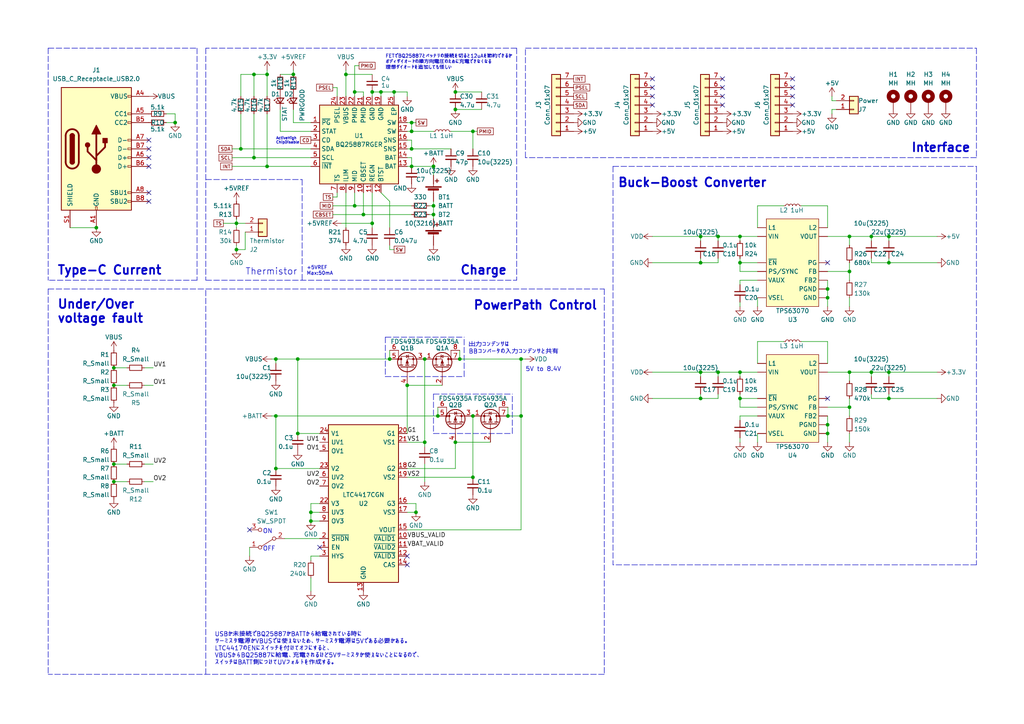
<source format=kicad_sch>
(kicad_sch (version 20211123) (generator eeschema)
  (paper "A4")
  (junction (at 257.81 115.57))
  (junction (at 119.38 38.1))
  (junction (at 120.65 148.59))
  (junction (at 257.81 68.58))
  (junction (at 119.38 48.26))
  (junction (at 119.38 35.56))
  (junction (at 100.33 21.59))
  (junction (at 113.03 104.14))
  (junction (at 33.02 139.7))
  (junction (at 240.03 125.73))
  (junction (at 151.13 120.65))
  (junction (at 257.81 76.2))
  (junction (at 246.38 118.11))
  (junction (at 110.49 26.67))
  (junction (at 203.2 107.95))
  (junction (at 203.2 115.57))
  (junction (at 246.38 68.58))
  (junction (at 114.3 26.67))
  (junction (at 125.73 48.26))
  (junction (at 123.19 128.27))
  (junction (at 118.11 111.76))
  (junction (at 208.28 68.58))
  (junction (at 107.95 64.77))
  (junction (at 203.2 68.58))
  (junction (at 102.87 26.67))
  (junction (at 208.28 107.95))
  (junction (at 73.66 21.59))
  (junction (at 214.63 76.2))
  (junction (at 33.02 134.62))
  (junction (at 246.38 107.95))
  (junction (at 252.73 107.95))
  (junction (at 50.8 35.56))
  (junction (at 73.66 45.72))
  (junction (at 137.16 38.1))
  (junction (at 257.81 107.95))
  (junction (at 80.01 120.65))
  (junction (at 214.63 107.95))
  (junction (at 80.01 135.89))
  (junction (at 137.16 120.65))
  (junction (at 86.36 104.14))
  (junction (at 119.38 43.18))
  (junction (at 137.16 138.43))
  (junction (at 105.41 62.23))
  (junction (at 252.73 68.58))
  (junction (at 85.09 21.59))
  (junction (at 203.2 76.2))
  (junction (at 80.01 104.14))
  (junction (at 33.02 111.76))
  (junction (at 151.13 104.14))
  (junction (at 77.47 21.59))
  (junction (at 27.94 66.04))
  (junction (at 133.35 104.14))
  (junction (at 214.63 115.57))
  (junction (at 132.08 128.27))
  (junction (at 90.17 148.59))
  (junction (at 123.19 104.14))
  (junction (at 68.58 72.39))
  (junction (at 240.03 83.82))
  (junction (at 132.08 26.67))
  (junction (at 125.73 59.69))
  (junction (at 90.17 151.13))
  (junction (at 125.73 62.23))
  (junction (at 127 120.65))
  (junction (at 86.36 125.73))
  (junction (at 132.08 31.75))
  (junction (at 77.47 48.26))
  (junction (at 69.85 43.18))
  (junction (at 240.03 123.19))
  (junction (at 147.32 120.65))
  (junction (at 68.58 64.77))
  (junction (at 102.87 59.69))
  (junction (at 240.03 86.36))
  (junction (at 107.95 26.67))
  (junction (at 246.38 78.74))
  (junction (at 33.02 106.68))
  (junction (at 214.63 68.58))
  (no_connect (at 229.87 25.4))
  (no_connect (at 189.23 22.86))
  (no_connect (at 43.18 48.26))
  (no_connect (at 118.11 163.83))
  (no_connect (at 229.87 22.86))
  (no_connect (at 72.39 153.67))
  (no_connect (at 189.23 25.4))
  (no_connect (at 189.23 30.48))
  (no_connect (at 209.55 25.4))
  (no_connect (at 209.55 30.48))
  (no_connect (at 240.03 76.2))
  (no_connect (at 43.18 43.18))
  (no_connect (at 209.55 22.86))
  (no_connect (at 118.11 161.29))
  (no_connect (at 189.23 27.94))
  (no_connect (at 229.87 27.94))
  (no_connect (at 43.18 58.42))
  (no_connect (at 209.55 27.94))
  (no_connect (at 92.71 158.75))
  (no_connect (at 229.87 30.48))
  (no_connect (at 43.18 55.88))
  (no_connect (at 43.18 40.64))
  (no_connect (at 43.18 45.72))
  (no_connect (at 240.03 115.57))
  (wire (pts (xy 118.11 40.64) (xy 119.38 40.64)))
  (wire (pts (xy 232.41 59.69) (xy 240.03 59.69)))
  (wire (pts (xy 246.38 107.95) (xy 246.38 110.49)))
  (wire (pts (xy 68.58 64.77) (xy 68.58 66.04)))
  (wire (pts (xy 107.95 27.94) (xy 107.95 26.67)))
  (wire (pts (xy 252.73 115.57) (xy 252.73 114.3)))
  (wire (pts (xy 119.38 35.56) (xy 119.38 38.1)))
  (wire (pts (xy 102.87 27.94) (xy 102.87 26.67)))
  (wire (pts (xy 132.08 128.27) (xy 142.24 128.27)))
  (wire (pts (xy 114.3 26.67) (xy 114.3 27.94)))
  (wire (pts (xy 240.03 99.06) (xy 240.03 105.41)))
  (polyline (pts (xy 152.4 13.97) (xy 283.21 13.97)))
  (wire (pts (xy 240.03 86.36) (xy 240.03 88.9)))
  (wire (pts (xy 81.28 21.59) (xy 85.09 21.59)))
  (wire (pts (xy 125.73 50.8) (xy 125.73 48.26)))
  (wire (pts (xy 203.2 76.2) (xy 203.2 74.93)))
  (wire (pts (xy 107.95 64.77) (xy 107.95 66.04)))
  (wire (pts (xy 77.47 33.02) (xy 77.47 48.26)))
  (wire (pts (xy 119.38 48.26) (xy 118.11 48.26)))
  (wire (pts (xy 241.3 31.75) (xy 242.57 31.75)))
  (wire (pts (xy 125.73 59.69) (xy 125.73 62.23)))
  (wire (pts (xy 246.38 68.58) (xy 252.73 68.58)))
  (wire (pts (xy 214.63 121.92) (xy 214.63 120.65)))
  (wire (pts (xy 125.73 58.42) (xy 125.73 59.69)))
  (wire (pts (xy 86.36 104.14) (xy 113.03 104.14)))
  (wire (pts (xy 85.09 20.32) (xy 85.09 21.59)))
  (wire (pts (xy 246.38 88.9) (xy 246.38 86.36)))
  (wire (pts (xy 219.71 86.36) (xy 219.71 88.9)))
  (wire (pts (xy 77.47 48.26) (xy 90.17 48.26)))
  (wire (pts (xy 203.2 115.57) (xy 203.2 114.3)))
  (wire (pts (xy 214.63 78.74) (xy 219.71 78.74)))
  (wire (pts (xy 214.63 68.58) (xy 219.71 68.58)))
  (wire (pts (xy 113.03 104.14) (xy 113.03 101.6)))
  (wire (pts (xy 102.87 55.88) (xy 102.87 59.69)))
  (wire (pts (xy 33.02 106.68) (xy 36.83 106.68)))
  (wire (pts (xy 69.85 21.59) (xy 69.85 27.94)))
  (wire (pts (xy 80.01 135.89) (xy 92.71 135.89)))
  (wire (pts (xy 85.09 31.75) (xy 85.09 35.56)))
  (wire (pts (xy 105.41 62.23) (xy 119.38 62.23)))
  (wire (pts (xy 69.85 33.02) (xy 69.85 43.18)))
  (wire (pts (xy 219.71 59.69) (xy 227.33 59.69)))
  (wire (pts (xy 73.66 45.72) (xy 90.17 45.72)))
  (wire (pts (xy 69.85 43.18) (xy 90.17 43.18)))
  (wire (pts (xy 105.41 62.23) (xy 105.41 55.88)))
  (wire (pts (xy 219.71 66.04) (xy 219.71 59.69)))
  (wire (pts (xy 147.32 120.65) (xy 151.13 120.65)))
  (wire (pts (xy 73.66 33.02) (xy 73.66 45.72)))
  (wire (pts (xy 110.49 26.67) (xy 110.49 27.94)))
  (wire (pts (xy 208.28 68.58) (xy 214.63 68.58)))
  (wire (pts (xy 100.33 21.59) (xy 100.33 27.94)))
  (wire (pts (xy 214.63 68.58) (xy 214.63 69.85)))
  (wire (pts (xy 100.33 21.59) (xy 107.95 21.59)))
  (wire (pts (xy 240.03 118.11) (xy 246.38 118.11)))
  (polyline (pts (xy 175.26 195.58) (xy 13.97 195.58)))
  (polyline (pts (xy 175.26 83.82) (xy 175.26 195.58)))
  (wire (pts (xy 113.03 72.39) (xy 114.3 72.39)))
  (wire (pts (xy 214.63 120.65) (xy 219.71 120.65)))
  (wire (pts (xy 96.52 62.23) (xy 105.41 62.23)))
  (wire (pts (xy 257.81 76.2) (xy 252.73 76.2)))
  (wire (pts (xy 68.58 64.77) (xy 71.12 64.77)))
  (wire (pts (xy 240.03 83.82) (xy 240.03 86.36)))
  (wire (pts (xy 214.63 114.3) (xy 214.63 115.57)))
  (wire (pts (xy 137.16 138.43) (xy 137.16 120.65)))
  (wire (pts (xy 252.73 107.95) (xy 252.73 109.22)))
  (polyline (pts (xy 283.21 163.83) (xy 177.8 163.83)))
  (wire (pts (xy 246.38 81.28) (xy 246.38 78.74)))
  (polyline (pts (xy 13.97 13.97) (xy 13.97 81.28)))
  (wire (pts (xy 110.49 55.88) (xy 113.03 58.42)))
  (polyline (pts (xy 152.4 45.72) (xy 152.4 13.97)))
  (wire (pts (xy 257.81 107.95) (xy 271.78 107.95)))
  (wire (pts (xy 208.28 115.57) (xy 208.28 114.3)))
  (wire (pts (xy 123.19 134.62) (xy 123.19 139.7)))
  (wire (pts (xy 107.95 26.67) (xy 110.49 26.67)))
  (wire (pts (xy 77.47 27.94) (xy 77.47 21.59)))
  (polyline (pts (xy 13.97 13.97) (xy 57.15 13.97)))
  (wire (pts (xy 119.38 35.56) (xy 120.65 35.56)))
  (wire (pts (xy 78.74 104.14) (xy 80.01 104.14)))
  (wire (pts (xy 20.32 66.04) (xy 27.94 66.04)))
  (wire (pts (xy 246.38 78.74) (xy 246.38 76.2)))
  (wire (pts (xy 102.87 59.69) (xy 119.38 59.69)))
  (wire (pts (xy 252.73 68.58) (xy 252.73 69.85)))
  (wire (pts (xy 208.28 109.22) (xy 208.28 107.95)))
  (wire (pts (xy 147.32 118.11) (xy 147.32 120.65)))
  (wire (pts (xy 41.91 106.68) (xy 44.45 106.68)))
  (wire (pts (xy 130.81 43.18) (xy 119.38 43.18)))
  (polyline (pts (xy 111.76 109.22) (xy 134.62 109.22)))
  (wire (pts (xy 78.74 120.65) (xy 80.01 120.65)))
  (polyline (pts (xy 125.73 114.3) (xy 148.59 114.3)))
  (wire (pts (xy 48.26 35.56) (xy 50.8 35.56)))
  (wire (pts (xy 80.01 104.14) (xy 86.36 104.14)))
  (wire (pts (xy 240.03 107.95) (xy 246.38 107.95)))
  (wire (pts (xy 214.63 81.28) (xy 219.71 81.28)))
  (wire (pts (xy 214.63 74.93) (xy 214.63 76.2)))
  (wire (pts (xy 133.35 104.14) (xy 151.13 104.14)))
  (wire (pts (xy 69.85 21.59) (xy 73.66 21.59)))
  (wire (pts (xy 208.28 76.2) (xy 208.28 74.93)))
  (wire (pts (xy 33.02 139.7) (xy 36.83 139.7)))
  (wire (pts (xy 118.11 128.27) (xy 123.19 128.27)))
  (wire (pts (xy 214.63 127) (xy 214.63 128.27)))
  (wire (pts (xy 240.03 68.58) (xy 246.38 68.58)))
  (wire (pts (xy 214.63 115.57) (xy 214.63 118.11)))
  (wire (pts (xy 77.47 20.32) (xy 77.47 21.59)))
  (wire (pts (xy 113.03 71.12) (xy 113.03 72.39)))
  (wire (pts (xy 86.36 125.73) (xy 86.36 104.14)))
  (wire (pts (xy 133.35 101.6) (xy 133.35 104.14)))
  (polyline (pts (xy 13.97 83.82) (xy 13.97 195.58)))
  (wire (pts (xy 124.46 62.23) (xy 125.73 62.23)))
  (wire (pts (xy 252.73 107.95) (xy 257.81 107.95)))
  (polyline (pts (xy 149.86 13.97) (xy 149.86 81.28)))
  (wire (pts (xy 132.08 31.75) (xy 139.7 31.75)))
  (polyline (pts (xy 87.63 52.07) (xy 87.63 81.28)))
  (wire (pts (xy 246.38 118.11) (xy 246.38 115.57)))
  (wire (pts (xy 119.38 38.1) (xy 118.11 38.1)))
  (wire (pts (xy 219.71 125.73) (xy 219.71 128.27)))
  (wire (pts (xy 119.38 48.26) (xy 125.73 48.26)))
  (wire (pts (xy 73.66 21.59) (xy 73.66 27.94)))
  (wire (pts (xy 97.79 57.15) (xy 96.52 57.15)))
  (wire (pts (xy 257.81 115.57) (xy 271.78 115.57)))
  (wire (pts (xy 118.11 138.43) (xy 137.16 138.43)))
  (wire (pts (xy 113.03 58.42) (xy 113.03 66.04)))
  (wire (pts (xy 246.38 120.65) (xy 246.38 118.11)))
  (polyline (pts (xy 59.69 195.58) (xy 59.69 83.82)))
  (wire (pts (xy 137.16 38.1) (xy 137.16 43.18)))
  (wire (pts (xy 80.01 104.14) (xy 80.01 105.41)))
  (wire (pts (xy 203.2 68.58) (xy 208.28 68.58)))
  (wire (pts (xy 203.2 107.95) (xy 208.28 107.95)))
  (wire (pts (xy 257.81 107.95) (xy 257.81 109.22)))
  (wire (pts (xy 137.16 38.1) (xy 138.43 38.1)))
  (wire (pts (xy 127 120.65) (xy 127 118.11)))
  (wire (pts (xy 81.28 38.1) (xy 90.17 38.1)))
  (polyline (pts (xy 283.21 45.72) (xy 152.4 45.72)))
  (wire (pts (xy 214.63 107.95) (xy 219.71 107.95)))
  (wire (pts (xy 102.87 26.67) (xy 105.41 26.67)))
  (wire (pts (xy 240.03 81.28) (xy 240.03 83.82)))
  (wire (pts (xy 102.87 19.05) (xy 102.87 26.67)))
  (wire (pts (xy 41.91 111.76) (xy 44.45 111.76)))
  (wire (pts (xy 208.28 69.85) (xy 208.28 68.58)))
  (polyline (pts (xy 13.97 83.82) (xy 175.26 83.82)))
  (wire (pts (xy 97.79 27.94) (xy 97.79 25.4)))
  (polyline (pts (xy 57.15 13.97) (xy 57.15 81.28)))
  (wire (pts (xy 67.31 45.72) (xy 73.66 45.72)))
  (wire (pts (xy 240.03 78.74) (xy 246.38 78.74)))
  (wire (pts (xy 257.81 114.3) (xy 257.81 115.57)))
  (wire (pts (xy 130.81 38.1) (xy 137.16 38.1)))
  (wire (pts (xy 208.28 76.2) (xy 203.2 76.2)))
  (polyline (pts (xy 177.8 48.26) (xy 283.21 48.26)))
  (wire (pts (xy 67.31 48.26) (xy 77.47 48.26)))
  (wire (pts (xy 97.79 55.88) (xy 97.79 57.15)))
  (polyline (pts (xy 59.69 52.07) (xy 87.63 52.07)))
  (wire (pts (xy 97.79 25.4) (xy 96.52 25.4)))
  (polyline (pts (xy 177.8 48.26) (xy 177.8 163.83)))
  (wire (pts (xy 118.11 111.76) (xy 128.27 111.76)))
  (wire (pts (xy 208.28 107.95) (xy 214.63 107.95)))
  (wire (pts (xy 219.71 99.06) (xy 227.33 99.06)))
  (wire (pts (xy 240.03 59.69) (xy 240.03 66.04)))
  (wire (pts (xy 67.31 43.18) (xy 69.85 43.18)))
  (wire (pts (xy 208.28 115.57) (xy 203.2 115.57)))
  (wire (pts (xy 119.38 38.1) (xy 125.73 38.1)))
  (wire (pts (xy 119.38 40.64) (xy 119.38 43.18)))
  (wire (pts (xy 118.11 135.89) (xy 132.08 135.89)))
  (wire (pts (xy 118.11 153.67) (xy 151.13 153.67)))
  (polyline (pts (xy 111.76 97.79) (xy 134.62 97.79)))
  (wire (pts (xy 44.45 134.62) (xy 41.91 134.62)))
  (wire (pts (xy 102.87 59.69) (xy 96.52 59.69)))
  (wire (pts (xy 203.2 109.22) (xy 203.2 107.95)))
  (wire (pts (xy 110.49 26.67) (xy 114.3 26.67)))
  (wire (pts (xy 252.73 76.2) (xy 252.73 74.93)))
  (wire (pts (xy 214.63 76.2) (xy 214.63 78.74)))
  (wire (pts (xy 92.71 146.05) (xy 90.17 146.05)))
  (wire (pts (xy 90.17 161.29) (xy 92.71 161.29)))
  (polyline (pts (xy 283.21 13.97) (xy 283.21 45.72)))
  (wire (pts (xy 241.3 27.94) (xy 241.3 29.21)))
  (wire (pts (xy 214.63 76.2) (xy 219.71 76.2)))
  (wire (pts (xy 90.17 148.59) (xy 92.71 148.59)))
  (wire (pts (xy 214.63 87.63) (xy 214.63 88.9)))
  (polyline (pts (xy 149.86 13.97) (xy 59.69 13.97)))
  (wire (pts (xy 203.2 69.85) (xy 203.2 68.58)))
  (polyline (pts (xy 111.76 97.79) (xy 111.76 109.22)))
  (wire (pts (xy 257.81 76.2) (xy 271.78 76.2)))
  (wire (pts (xy 151.13 153.67) (xy 151.13 120.65)))
  (wire (pts (xy 82.55 156.21) (xy 92.71 156.21)))
  (wire (pts (xy 90.17 146.05) (xy 90.17 148.59)))
  (wire (pts (xy 132.08 135.89) (xy 132.08 128.27)))
  (wire (pts (xy 123.19 128.27) (xy 123.19 104.14)))
  (wire (pts (xy 124.46 59.69) (xy 125.73 59.69)))
  (wire (pts (xy 99.06 64.77) (xy 107.95 64.77)))
  (wire (pts (xy 71.12 72.39) (xy 68.58 72.39)))
  (wire (pts (xy 189.23 115.57) (xy 203.2 115.57)))
  (wire (pts (xy 232.41 99.06) (xy 240.03 99.06)))
  (wire (pts (xy 214.63 107.95) (xy 214.63 109.22)))
  (wire (pts (xy 240.03 120.65) (xy 240.03 123.19)))
  (wire (pts (xy 90.17 162.56) (xy 90.17 161.29)))
  (wire (pts (xy 100.33 55.88) (xy 100.33 66.04)))
  (wire (pts (xy 240.03 123.19) (xy 240.03 125.73)))
  (wire (pts (xy 50.8 33.02) (xy 50.8 35.56)))
  (wire (pts (xy 257.81 68.58) (xy 257.81 69.85)))
  (wire (pts (xy 151.13 120.65) (xy 151.13 104.14)))
  (wire (pts (xy 68.58 63.5) (xy 68.58 64.77)))
  (wire (pts (xy 125.73 62.23) (xy 125.73 63.5)))
  (wire (pts (xy 90.17 151.13) (xy 92.71 151.13)))
  (wire (pts (xy 118.11 146.05) (xy 120.65 146.05)))
  (wire (pts (xy 132.08 26.67) (xy 139.7 26.67)))
  (wire (pts (xy 241.3 33.02) (xy 241.3 31.75)))
  (wire (pts (xy 118.11 148.59) (xy 120.65 148.59)))
  (polyline (pts (xy 125.73 125.73) (xy 148.59 125.73)))
  (polyline (pts (xy 57.15 81.28) (xy 13.97 81.28)))
  (wire (pts (xy 81.28 31.75) (xy 81.28 38.1)))
  (polyline (pts (xy 148.59 125.73) (xy 148.59 114.3)))
  (wire (pts (xy 246.38 68.58) (xy 246.38 71.12)))
  (wire (pts (xy 189.23 107.95) (xy 203.2 107.95)))
  (wire (pts (xy 85.09 35.56) (xy 90.17 35.56)))
  (wire (pts (xy 246.38 107.95) (xy 252.73 107.95)))
  (wire (pts (xy 257.81 74.93) (xy 257.81 76.2)))
  (wire (pts (xy 246.38 128.27) (xy 246.38 125.73)))
  (wire (pts (xy 214.63 82.55) (xy 214.63 81.28)))
  (wire (pts (xy 100.33 20.32) (xy 100.33 21.59)))
  (wire (pts (xy 214.63 115.57) (xy 219.71 115.57)))
  (wire (pts (xy 105.41 26.67) (xy 105.41 27.94)))
  (wire (pts (xy 64.77 64.77) (xy 68.58 64.77)))
  (wire (pts (xy 92.71 125.73) (xy 86.36 125.73)))
  (wire (pts (xy 252.73 68.58) (xy 257.81 68.58)))
  (wire (pts (xy 119.38 45.72) (xy 119.38 48.26)))
  (wire (pts (xy 152.4 104.14) (xy 151.13 104.14)))
  (polyline (pts (xy 125.73 114.3) (xy 125.73 125.73)))
  (wire (pts (xy 114.3 26.67) (xy 118.11 26.67)))
  (wire (pts (xy 189.23 68.58) (xy 203.2 68.58)))
  (wire (pts (xy 214.63 118.11) (xy 219.71 118.11)))
  (polyline (pts (xy 283.21 48.26) (xy 283.21 163.83)))
  (polyline (pts (xy 59.69 13.97) (xy 59.69 81.28)))
  (wire (pts (xy 257.81 68.58) (xy 271.78 68.58)))
  (wire (pts (xy 119.38 45.72) (xy 118.11 45.72)))
  (wire (pts (xy 104.14 19.05) (xy 102.87 19.05)))
  (wire (pts (xy 257.81 115.57) (xy 252.73 115.57)))
  (wire (pts (xy 219.71 105.41) (xy 219.71 99.06)))
  (wire (pts (xy 80.01 120.65) (xy 127 120.65)))
  (wire (pts (xy 90.17 167.64) (xy 90.17 171.45)))
  (wire (pts (xy 118.11 35.56) (xy 119.38 35.56)))
  (polyline (pts (xy 134.62 109.22) (xy 134.62 97.79)))
  (wire (pts (xy 44.45 139.7) (xy 41.91 139.7)))
  (wire (pts (xy 73.66 21.59) (xy 77.47 21.59)))
  (wire (pts (xy 118.11 111.76) (xy 118.11 125.73)))
  (wire (pts (xy 241.3 29.21) (xy 242.57 29.21)))
  (wire (pts (xy 118.11 26.67) (xy 118.11 27.94)))
  (polyline (pts (xy 59.69 81.28) (xy 149.86 81.28)))
  (wire (pts (xy 80.01 135.89) (xy 80.01 120.65)))
  (wire (pts (xy 119.38 43.18) (xy 118.11 43.18)))
  (wire (pts (xy 48.26 33.02) (xy 50.8 33.02)))
  (wire (pts (xy 107.95 55.88) (xy 107.95 64.77)))
  (wire (pts (xy 68.58 72.39) (xy 68.58 71.12)))
  (wire (pts (xy 123.19 129.54) (xy 123.19 128.27)))
  (wire (pts (xy 72.39 158.75) (xy 72.39 161.29)))
  (wire (pts (xy 240.03 125.73) (xy 240.03 128.27)))
  (wire (pts (xy 71.12 67.31) (xy 71.12 72.39)))
  (wire (pts (xy 33.02 134.62) (xy 36.83 134.62)))
  (wire (pts (xy 189.23 76.2) (xy 203.2 76.2)))
  (wire (pts (xy 33.02 111.76) (xy 36.83 111.76)))
  (wire (pts (xy 90.17 148.59) (xy 90.17 151.13)))
  (wire (pts (xy 120.65 146.05) (xy 120.65 148.59)))
  (text "ON" (at 76.2 154.94 0) (effects (font (size 1.27 1.27)) (justify left bottom)))
  (text "出力コンデンサは\nBBコンバータの入力コンデンサと共有" (at 135.89 102.87 0) (effects (font (size 1.27 1.27)) (justify left bottom)))
  (text "USBが未接続でBQ25887がBATTから給電されている時に\nサーミスタ電源がVBUSでは使えないため、サーミスタ電源は5Vである必要がある。\nLTC4417のENにスイッチを付けてオフにすると、\nVBUSからBQ25887に給電、充電されるけど5Vサーミスタが使えないことになるので、\nスイッチはBATT側につけてUVフォルトを作成する。" (at 62.23 193.04 0) (effects (font (size 1.27 1.27)) (justify left bottom)))
  (text "Thermistor" (at 71.12 80.01 0) (effects (font (size 1.905 1.905)) (justify left bottom)))
  (text "ActiveHigh\nChipDisable" (at 80.01 41.91 0) (effects (font (size 0.762 0.762)) (justify left bottom)))
  (text "Interface" (at 264.16 44.45 0) (effects (font (size 2.54 2.54) (thickness 0.508) bold) (justify left bottom)))
  (text "Type-C Current" (at 16.51 80.01 0) (effects (font (size 2.54 2.54) (thickness 0.508) bold) (justify left bottom)))
  (text "OFF" (at 76.2 160.02 0) (effects (font (size 1.27 1.27)) (justify left bottom)))
  (text "+5VREF\nMax:50mA" (at 88.9 80.01 0) (effects (font (size 1.016 1.016)) (justify left bottom)))
  (text "Under/Over\nvoltage fault" (at 16.51 93.98 0) (effects (font (size 2.54 2.54) (thickness 0.508) bold) (justify left bottom)))
  (text "FETでBQ25887とバッテリの接続を切ると12uAを節約できるが\nボディダイオードの順方向電圧のために充電できなくなる\n理想ダイオードを追加しても怪しい" (at 111.76 20.32 0) (effects (font (size 1.016 1.016)) (justify left bottom)))
  (text "Buck-Boost Converter" (at 179.07 54.61 0) (effects (font (size 2.54 2.54) (thickness 0.508) bold) (justify left bottom)))
  (text "PowerPath Control" (at 137.16 90.17 0) (effects (font (size 2.54 2.54) (thickness 0.508) bold) (justify left bottom)))
  (text "5V to 8.4V" (at 152.4 107.95 0) (effects (font (size 1.27 1.27)) (justify left bottom)))
  (text "Charge" (at 133.35 80.01 0) (effects (font (size 2.54 2.54) (thickness 0.508) bold) (justify left bottom)))
  (label "VBUS_VALID" (at 118.11 156.21 0))
  (label "VBAT_VALID" (at 118.11 158.75 0))
  (label "VS2" (at 118.11 138.43 0))
  (label "UV2" (at 92.71 138.43 180))
  (label "G2" (at 118.11 135.89 0))
  (label "G1" (at 118.11 125.73 0))
  (label "OV2" (at 92.71 140.97 180))
  (label "OV1" (at 44.45 111.76 0))
  (label "VS1" (at 118.11 128.27 0))
  (label "OV1" (at 92.71 130.81 180))
  (label "UV2" (at 44.45 134.62 0))
  (label "UV1" (at 92.71 128.27 180))
  (label "OV2" (at 44.45 139.7 0))
  (label "UV1" (at 44.45 106.68 0))
  (global_label "INT" (shape passive) (at 67.31 48.26 180) (effects (font (size 1 1))) (property "Intersheet References" "${INTERSHEET_REFS}" (effects hide)))
  (global_label "TS" (shape passive) (at 96.52 57.15 180) (effects (font (size 1 1))) (property "Intersheet References" "${INTERSHEET_REFS}" (effects hide)))
  (global_label "PMID" (shape passive) (at 138.43 38.1 0) (effects (font (size 1 1))) (property "Intersheet References" "${INTERSHEET_REFS}" (effects hide)))
  (global_label "CD" (shape passive) (at 90.17 40.64 180) (effects (font (size 1 1))) (property "Intersheet References" "${INTERSHEET_REFS}" (effects hide)))
  (global_label "PMID" (shape passive) (at 104.14 19.05 0) (effects (font (size 1 1))) (property "Intersheet References" "${INTERSHEET_REFS}" (effects hide)))
  (global_label "SW" (shape passive) (at 114.3 72.39 0) (effects (font (size 1 1))) (property "Intersheet References" "${INTERSHEET_REFS}" (effects hide)))
  (global_label "SDA" (shape passive) (at 67.31 43.18 180) (effects (font (size 1 1))) (property "Intersheet References" "${INTERSHEET_REFS}" (effects hide)))
  (global_label "PSEL" (shape passive) (at 96.52 25.4 180) (effects (font (size 1 1))) (property "Intersheet References" "${INTERSHEET_REFS}" (effects hide)))
  (global_label "TS" (shape passive) (at 64.77 64.77 180) (effects (font (size 1 1))) (property "Intersheet References" "${INTERSHEET_REFS}" (effects hide)))
  (global_label "INT" (shape passive) (at 166.37 22.86 0) (effects (font (size 1 1))) (property "Intersheet References" "${INTERSHEET_REFS}" (effects hide)))
  (global_label "SDA" (shape passive) (at 166.37 30.48 0) (effects (font (size 1 1))) (property "Intersheet References" "${INTERSHEET_REFS}" (effects hide)))
  (global_label "SW" (shape passive) (at 120.65 35.56 0) (effects (font (size 1 1))) (property "Intersheet References" "${INTERSHEET_REFS}" (effects hide)))
  (global_label "PSEL" (shape passive) (at 166.37 25.4 0) (effects (font (size 1 1))) (property "Intersheet References" "${INTERSHEET_REFS}" (effects hide)))
  (global_label "CBSET" (shape passive) (at 96.52 62.23 180) (effects (font (size 1 1))) (property "Intersheet References" "${INTERSHEET_REFS}" (effects hide)))
  (global_label "MID" (shape passive) (at 96.52 59.69 180) (effects (font (size 1 1))) (property "Intersheet References" "${INTERSHEET_REFS}" (effects hide)))
  (global_label "SCL" (shape passive) (at 67.31 45.72 180) (effects (font (size 1 1))) (property "Intersheet References" "${INTERSHEET_REFS}" (effects hide)))
  (global_label "SCL" (shape passive) (at 166.37 27.94 0) (effects (font (size 1 1))) (property "Intersheet References" "${INTERSHEET_REFS}" (effects hide)))
  (symbol (lib_id "Mechanical:MountingHole_Pad") (at 269.24 29.21 0) (unit 1)
    (property "Reference" "H3" (at 269.24 21.59 0))
    (property "Value" "MH" (at 269.24 24.13 0))
    (property "Footprint" "MountingHole:MountingHole_2.2mm_M2_Pad_Via" (effects hide))
  )
  (symbol (lib_id "Device:C_Small") (at 132.08 29.21 0) (unit 1)
    (property "Reference" "C30" (at 133.35 27.94 0) (effects (justify left)))
    (property "Value" "4.7u" (at 133.35 30.48 0) (effects (justify left)))
    (property "Footprint" "Capacitor_SMD:C_0805_2012Metric" (effects hide))
  )
  (symbol (lib_id "power:GND") (at 259.08 31.75 0) (unit 1)
    (property "Reference" "#PWR061" (effects hide))
    (property "Value" "GND" (at 259.08 35.56 0))
  )
  (symbol (lib_id "Device:R_Small") (at 121.92 59.69 270) (unit 1)
    (property "Reference" "R22" (at 121.92 59.69 90))
    (property "Value" "330" (at 121.92 57.15 90))
    (property "Footprint" "Resistor_SMD:R_0603_1608Metric" (effects hide))
  )
  (symbol (lib_id "Device:C_Small") (at 203.2 72.39 0) (unit 1)
    (property "Reference" "C16" (at 205.74 73.66 0))
    (property "Value" "10u(3225)" (at 203.2 67.31 0))
    (property "Footprint" "Capacitor_SMD:C_1210_3225Metric" (effects hide))
  )
  (symbol (lib_id "power:GND") (at 72.39 161.29 0) (unit 1)
    (property "Reference" "#PWR01" (effects hide))
    (property "Value" "GND" (at 72.39 165.1 0))
  )
  (symbol (lib_id "Power_Management:LTC4417CGN") (at 105.41 146.05 0) (unit 1)
    (property "Reference" "U2" (at 105.41 146.05 0))
    (property "Value" "LTC4417CGN" (at 105.41 143.51 0))
    (property "Footprint" "Package_SO:SSOP-24_3.9x8.7mm_P0.635mm" (effects hide))
    (property "Datasheet" "https://www.analog.com/media/en/technical-documentation/data-sheets/4417f.pdf" (effects hide))
  )
  (symbol (lib_id "Device:R_Small") (at 214.63 72.39 0) (mirror x) (unit 1)
    (property "Reference" "R24" (at 215.9 73.66 0) (effects (justify left)))
    (property "Value" "10k" (at 215.9 71.12 0) (effects (justify left)))
    (property "Footprint" "Resistor_SMD:R_0603_1608Metric" (effects hide))
  )
  (symbol (lib_id "power:GND") (at 90.17 151.13 0) (unit 1)
    (property "Reference" "#PWR018" (effects hide))
    (property "Value" "GND" (at 90.17 154.94 0))
  )
  (symbol (lib_id "power:GND") (at 271.78 115.57 90) (unit 1)
    (property "Reference" "#PWR067" (effects hide))
    (property "Value" "GND" (at 274.32 115.57 90) (effects (justify right)))
  )
  (symbol (lib_id "Device:LED_Small") (at 81.28 29.21 90) (unit 1)
    (property "Reference" "D1" (at 81.28 27.305 90) (effects (justify left)))
    (property "Value" "STAT" (at 82.55 33.02 0))
    (property "Footprint" "LED_SMD:LED_0603_1608Metric" (effects hide))
  )
  (symbol (lib_id "Device:R_Small") (at 85.09 24.13 180) (unit 1)
    (property "Reference" "R19" (at 85.09 24.13 90))
    (property "Value" "1k" (at 83.185 24.13 90))
    (property "Footprint" "Resistor_SMD:R_0603_1608Metric" (effects hide))
  )
  (symbol (lib_id "Device:R_Small") (at 214.63 111.76 0) (mirror x) (unit 1)
    (property "Reference" "R25" (at 215.9 113.03 0) (effects (justify left)))
    (property "Value" "10k" (at 215.9 110.49 0) (effects (justify left)))
    (property "Footprint" "Resistor_SMD:R_0603_1608Metric" (effects hide))
  )
  (symbol (lib_id "Device:C_Small") (at 214.63 85.09 0) (mirror y) (unit 1)
    (property "Reference" "C20" (at 215.9 86.36 0) (effects (justify right)))
    (property "Value" "0.1u" (at 215.9 83.82 0) (effects (justify right)))
    (property "Footprint" "Capacitor_SMD:C_0603_1608Metric" (effects hide))
  )
  (symbol (lib_id "power:GND") (at 240.03 128.27 0) (unit 1)
    (property "Reference" "#PWR056" (effects hide))
    (property "Value" "GND" (at 240.03 132.08 0))
  )
  (symbol (lib_id "Device:R_Small") (at 90.17 165.1 0) (mirror y) (unit 1)
    (property "Reference" "R20" (at 88.9 163.83 0) (effects (justify left)))
    (property "Value" "240k" (at 88.9 166.37 0) (effects (justify left)))
    (property "Footprint" "Resistor_SMD:R_0603_1608Metric" (effects hide))
  )
  (symbol (lib_id "Device:L_Small") (at 128.27 38.1 90) (unit 1)
    (property "Reference" "L1" (at 125.73 39.37 90))
    (property "Value" "1uH" (at 129.54 39.37 90))
    (property "Footprint" "Inductor_SMD:L_1210_3225Metric" (effects hide))
  )
  (symbol (lib_id "power:GND") (at 219.71 88.9 0) (unit 1)
    (property "Reference" "#PWR050" (effects hide))
    (property "Value" "GND" (at 219.71 92.71 0))
  )
  (symbol (lib_id "power:VBUS") (at 33.02 101.6 0) (mirror y) (unit 1)
    (property "Reference" "#PWR03" (effects hide))
    (property "Value" "VBUS" (at 33.02 97.79 0))
  )
  (symbol (lib_id "power:GND") (at 271.78 76.2 90) (unit 1)
    (property "Reference" "#PWR065" (effects hide))
    (property "Value" "GND" (at 274.32 76.2 90) (effects (justify right)))
  )
  (symbol (lib_id "Connector_Generic:Conn_01x07") (at 184.15 30.48 180) (unit 1)
    (property "Reference" "J4" (at 179.07 30.48 90))
    (property "Value" "Conn_01x07" (at 181.61 30.48 90))
    (property "Footprint" "Connector_PinSocket_2.54mm:PinSocket_1x07_P2.54mm_Vertical" (effects hide))
  )
  (symbol (lib_id "Device:R_Small") (at 69.85 30.48 180) (unit 1)
    (property "Reference" "R15" (at 69.85 30.48 90))
    (property "Value" "4.7k" (at 67.945 30.48 90))
    (property "Footprint" "Resistor_SMD:R_0603_1608Metric" (effects hide))
  )
  (symbol (lib_id "Device:R_Small") (at 45.72 33.02 90) (unit 1)
    (property "Reference" "R9" (at 45.72 33.02 90))
    (property "Value" "5.1k" (at 45.72 31.115 90))
    (property "Footprint" "Resistor_SMD:R_0603_1608Metric" (effects hide))
  )
  (symbol (lib_id "Device:C_Small") (at 139.7 29.21 0) (unit 1)
    (property "Reference" "C31" (at 140.97 27.94 0) (effects (justify left)))
    (property "Value" "4.7u" (at 140.97 30.48 0) (effects (justify left)))
    (property "Footprint" "Capacitor_SMD:C_0805_2012Metric" (effects hide))
  )
  (symbol (lib_id "power:GND") (at 137.16 48.26 0) (unit 1)
    (property "Reference" "#PWR032" (effects hide))
    (property "Value" "GND" (at 137.16 52.07 0))
  )
  (symbol (lib_id "power:+5V") (at 271.78 68.58 270) (unit 1)
    (property "Reference" "#PWR064" (effects hide))
    (property "Value" "+5V" (at 274.32 68.58 90) (effects (justify left)))
  )
  (symbol (lib_id "Mechanical:MountingHole_Pad") (at 274.32 29.21 0) (unit 1)
    (property "Reference" "H4" (at 274.32 21.59 0))
    (property "Value" "MH" (at 274.32 24.13 0))
    (property "Footprint" "MountingHole:MountingHole_2.2mm_M2_Pad_Via" (effects hide))
  )
  (symbol (lib_id "Device:C_Small") (at 214.63 124.46 0) (mirror y) (unit 1)
    (property "Reference" "C21" (at 215.9 125.73 0) (effects (justify right)))
    (property "Value" "0.1u" (at 215.9 123.19 0) (effects (justify right)))
    (property "Footprint" "Capacitor_SMD:C_0603_1608Metric" (effects hide))
  )
  (symbol (lib_id "Device:R_Small") (at 33.02 132.08 0) (mirror y) (unit 1)
    (property "Reference" "R6" (at 31.75 130.81 0) (effects (justify left)))
    (property "Value" "R_Small" (at 31.75 133.35 0) (effects (justify left)))
    (property "Footprint" "Resistor_SMD:R_0603_1608Metric" (effects hide))
  )
  (symbol (lib_id "Connector:USB_C_Receptacle_USB2.0") (at 27.94 43.18 0) (unit 1)
    (property "Reference" "J1" (at 27.94 20.32 0))
    (property "Value" "USB_C_Receptacle_USB2.0" (at 27.94 22.86 0))
    (property "Footprint" "Kicad_Akiyuki_Footprint:CUI_UJC-HP-3-SMT-TR" (effects hide))
    (property "Datasheet" "https://www.usb.org/sites/default/files/documents/usb_type-c.zip" (effects hide))
  )
  (symbol (lib_id "Connector_Generic:Conn_01x02") (at 76.2 67.31 0) (mirror x) (unit 1)
    (property "Reference" "J2" (at 72.39 72.39 0) (effects (justify left)))
    (property "Value" "Thermistor" (at 72.39 69.85 0) (effects (justify left)))
    (property "Footprint" "Connector_JST:JST_PH_B2B-PH-K_1x02_P2.00mm_Vertical" (effects hide))
  )
  (symbol (lib_id "Device:R_Small") (at 77.47 30.48 180) (unit 1)
    (property "Reference" "R17" (at 77.47 30.48 90))
    (property "Value" "4.7k" (at 75.565 30.48 90))
    (property "Footprint" "Resistor_SMD:R_0603_1608Metric" (effects hide))
  )
  (symbol (lib_id "Device:R_Small") (at 81.28 24.13 180) (unit 1)
    (property "Reference" "R18" (at 81.28 24.13 90))
    (property "Value" "1k" (at 79.375 24.13 90))
    (property "Footprint" "Resistor_SMD:R_0603_1608Metric" (effects hide))
  )
  (symbol (lib_id "power:+5V") (at 166.37 38.1 270) (unit 1)
    (property "Reference" "#PWR037" (effects hide))
    (property "Value" "+5V" (at 168.91 38.1 90) (effects (justify left)))
  )
  (symbol (lib_id "power:GND") (at 118.11 27.94 0) (unit 1)
    (property "Reference" "#PWR025" (effects hide))
    (property "Value" "GND" (at 118.11 31.75 0))
  )
  (symbol (lib_id "power:+3.3V") (at 209.55 33.02 270) (unit 1)
    (property "Reference" "#PWR045" (effects hide))
    (property "Value" "+3.3V" (at 212.09 33.02 90) (effects (justify left)))
  )
  (symbol (lib_id "power:GND") (at 130.81 48.26 0) (unit 1)
    (property "Reference" "#PWR031" (effects hide))
    (property "Value" "GND" (at 130.81 52.07 0))
  )
  (symbol (lib_id "Device:C_Small") (at 137.16 45.72 0) (unit 1)
    (property "Reference" "C10" (at 138.43 44.45 0) (effects (justify left)))
    (property "Value" "10u(3225)" (at 138.43 46.99 0) (effects (justify left)))
    (property "Footprint" "Capacitor_SMD:C_1210_3225Metric" (effects hide))
  )
  (symbol (lib_id "Device:Battery_Cell") (at 125.73 55.88 0) (unit 1)
    (property "Reference" "BT1" (at 127 57.15 0) (effects (justify left)))
    (property "Value" "BATT" (at 127 59.69 0) (effects (justify left)))
    (property "Footprint" "Battery_extlib:BatteryClip_Keystone_18500" (effects hide))
  )
  (symbol (lib_id "power:GND") (at 120.65 148.59 0) (unit 1)
    (property "Reference" "#PWR027" (effects hide))
    (property "Value" "GND" (at 120.65 152.4 0))
  )
  (symbol (lib_id "power:+3.3V") (at 189.23 33.02 270) (unit 1)
    (property "Reference" "#PWR038" (effects hide))
    (property "Value" "+3.3V" (at 191.77 33.02 90) (effects (justify left)))
  )
  (symbol (lib_id "power:+BATT") (at 78.74 120.65 90) (unit 1)
    (property "Reference" "#PWR013" (effects hide))
    (property "Value" "+BATT" (at 76.2 120.65 90) (effects (justify left)))
  )
  (symbol (lib_id "Device:C_Small") (at 203.2 111.76 0) (unit 1)
    (property "Reference" "C17" (at 205.74 113.03 0))
    (property "Value" "10u(3225)" (at 203.2 106.68 0))
    (property "Footprint" "Capacitor_SMD:C_1210_3225Metric" (effects hide))
  )
  (symbol (lib_id "Connector_Generic:Conn_01x07") (at 161.29 30.48 180) (unit 1)
    (property "Reference" "J3" (at 156.21 30.48 90))
    (property "Value" "Conn_01x07" (at 158.75 30.48 90))
    (property "Footprint" "Connector_PinSocket_2.54mm:PinSocket_1x07_P2.54mm_Vertical" (effects hide))
  )
  (symbol (lib_id "Connector_Generic:Conn_01x07") (at 204.47 30.48 180) (unit 1)
    (property "Reference" "J5" (at 199.39 30.48 90))
    (property "Value" "Conn_01x07" (at 201.93 30.48 90))
    (property "Footprint" "Connector_PinSocket_2.54mm:PinSocket_1x07_P2.54mm_Vertical" (effects hide))
  )
  (symbol (lib_id "Device:R_Small") (at 68.58 68.58 180) (unit 1)
    (property "Reference" "R14" (at 67.31 67.31 0) (effects (justify left)))
    (property "Value" "30k" (at 67.31 69.85 0) (effects (justify left)))
    (property "Footprint" "Resistor_SMD:R_0603_1608Metric" (effects hide))
  )
  (symbol (lib_id "Device:L_Small") (at 229.87 59.69 90) (unit 1)
    (property "Reference" "L2" (at 227.33 60.96 90))
    (property "Value" "1uH" (at 231.14 60.96 90))
    (property "Footprint" "Inductor_SMD:L_1210_3225Metric" (effects hide))
  )
  (symbol (lib_id "BQ25887:BQ25887RGER") (at 104.14 41.91 0) (unit 1)
    (property "Reference" "U1" (at 104.14 39.37 0))
    (property "Value" "BQ25887RGER" (at 104.14 41.91 0))
    (property "Footprint" "Package_DFN_QFN:VQFN-24-1EP_4x4mm_P0.5mm_EP2.45x2.45mm_ThermalVias" (effects hide))
    (property "Datasheet" "https://www.ti.com/lit/ds/symlink/bq25887.pdf" (effects hide))
    (property "Height" "1" (effects hide))
    (property "Manufacturer_Name" "Texas Instruments" (effects hide))
    (property "Manufacturer_Part_Number" "BQ25887RGER" (effects hide))
    (property "Mouser Part Number" "595-BQ25887RGER" (effects hide))
    (property "Mouser Price/Stock" "https://www.mouser.co.uk/ProductDetail/Texas-Instruments/BQ25887RGER?qs=T3oQrply3y%252BX5K0CWEHEpA%3D%3D" (effects hide))
    (property "Arrow Part Number" "BQ25887RGER" (effects hide))
    (property "Arrow Price/Stock" "https://www.arrow.com/en/products/bq25887rger/texas-instruments?region=nac" (effects hide))
  )
  (symbol (lib_id "Device:R_Small") (at 73.66 30.48 180) (unit 1)
    (property "Reference" "R16" (at 73.66 30.48 90))
    (property "Value" "4.7k" (at 71.755 30.48 90))
    (property "Footprint" "Resistor_SMD:R_0603_1608Metric" (effects hide))
  )
  (symbol (lib_id "Device:C_Small") (at 252.73 111.76 0) (unit 1)
    (property "Reference" "C23" (at 255.27 113.03 0))
    (property "Value" "10u(3225)" (at 252.73 104.14 0))
    (property "Footprint" "Capacitor_SMD:C_1210_3225Metric" (effects hide))
  )
  (symbol (lib_id "power:GND") (at 240.03 88.9 0) (unit 1)
    (property "Reference" "#PWR055" (effects hide))
    (property "Value" "GND" (at 240.03 92.71 0))
  )
  (symbol (lib_id "power:GND") (at 132.08 31.75 0) (unit 1)
    (property "Reference" "#PWR070" (effects hide))
    (property "Value" "GND" (at 132.08 35.56 0))
  )
  (symbol (lib_id "power:GND") (at 209.55 35.56 90) (unit 1)
    (property "Reference" "#PWR046" (effects hide))
    (property "Value" "GND" (at 212.09 35.56 90) (effects (justify right)))
  )
  (symbol (lib_id "power:GND") (at 229.87 35.56 90) (unit 1)
    (property "Reference" "#PWR053" (effects hide))
    (property "Value" "GND" (at 232.41 35.56 90) (effects (justify right)))
  )
  (symbol (lib_id "power:GND") (at 264.16 31.75 0) (unit 1)
    (property "Reference" "#PWR062" (effects hide))
    (property "Value" "GND" (at 264.16 35.56 0))
  )
  (symbol (lib_id "power:+BATT") (at 33.02 129.54 0) (unit 1)
    (property "Reference" "#PWR05" (effects hide))
    (property "Value" "+BATT" (at 33.02 125.73 0))
  )
  (symbol (lib_id "Device:C_Small") (at 107.95 24.13 0) (unit 1)
    (property "Reference" "C4" (at 110.49 22.86 0) (effects (justify left)))
    (property "Value" "1u" (at 110.49 24.765 0) (effects (justify left)))
    (property "Footprint" "Capacitor_SMD:C_0603_1608Metric" (effects hide))
  )
  (symbol (lib_id "power:+3.3V") (at 229.87 33.02 270) (unit 1)
    (property "Reference" "#PWR052" (effects hide))
    (property "Value" "+3.3V" (at 232.41 33.02 90) (effects (justify left)))
  )
  (symbol (lib_id "power:GND") (at 246.38 88.9 0) (unit 1)
    (property "Reference" "#PWR059" (effects hide))
    (property "Value" "GND" (at 246.38 92.71 0))
  )
  (symbol (lib_id "power:VBUS") (at 100.33 20.32 0) (unit 1)
    (property "Reference" "#PWR021" (effects hide))
    (property "Value" "VBUS" (at 100.33 16.51 0))
  )
  (symbol (lib_id "Device:R_Small") (at 39.37 139.7 270) (unit 1)
    (property "Reference" "R12" (at 39.37 144.78 90))
    (property "Value" "R_Small" (at 39.37 142.24 90))
    (property "Footprint" "Resistor_SMD:R_0603_1608Metric" (effects hide))
  )
  (symbol (lib_id "Device:C_Small") (at 107.95 68.58 0) (unit 1)
    (property "Reference" "C5" (at 106.68 67.31 0) (effects (justify right)))
    (property "Value" "4.7u" (at 106.68 69.85 0) (effects (justify right)))
    (property "Footprint" "Capacitor_SMD:C_0603_1608Metric" (effects hide))
  )
  (symbol (lib_id "power:GND") (at 86.36 130.81 0) (unit 1)
    (property "Reference" "#PWR017" (effects hide))
    (property "Value" "GND" (at 86.36 134.62 0))
  )
  (symbol (lib_id "Mechanical:MountingHole_Pad") (at 264.16 29.21 0) (unit 1)
    (property "Reference" "H2" (at 264.16 21.59 0))
    (property "Value" "MH" (at 264.16 24.13 0))
    (property "Footprint" "MountingHole:MountingHole_2.2mm_M2_Pad_Via" (effects hide))
  )
  (symbol (lib_id "Device:LED_Small") (at 85.09 29.21 90) (unit 1)
    (property "Reference" "D2" (at 85.09 27.305 90) (effects (justify left)))
    (property "Value" "PWRGOOD" (at 87.63 30.48 0))
    (property "Footprint" "LED_SMD:LED_0603_1608Metric" (effects hide))
  )
  (symbol (lib_id "power:GND") (at 166.37 35.56 90) (unit 1)
    (property "Reference" "#PWR036" (effects hide))
    (property "Value" "GND" (at 168.91 35.56 90) (effects (justify right)))
  )
  (symbol (lib_id "power:VDD") (at 152.4 104.14 270) (unit 1)
    (property "Reference" "#PWR034" (effects hide))
    (property "Value" "VDD" (at 154.94 104.14 90) (effects (justify left)))
  )
  (symbol (lib_id "power:+3.3V") (at 77.47 20.32 0) (unit 1)
    (property "Reference" "#PWR011" (effects hide))
    (property "Value" "+3.3V" (at 77.47 16.51 0))
  )
  (symbol (lib_id "Device:R_Small") (at 121.92 62.23 270) (unit 1)
    (property "Reference" "R23" (at 121.92 62.23 90))
    (property "Value" "10(3216)" (at 121.92 64.77 90))
    (property "Footprint" "Resistor_SMD:R_1206_3216Metric" (effects hide))
  )
  (symbol (lib_id "Device:Q_Dual_PMOS_S1G1S2G2D2D2D1D1") (at 118.11 106.68 90) (unit 2)
    (property "Reference" "Q1" (at 118.11 100.965 90))
    (property "Value" "FDS4935A" (at 118.11 99.06 90))
    (property "Footprint" "Package_SO:SOIC-8_3.9x4.9mm_P1.27mm" (effects hide))
  )
  (symbol (lib_id "Device:R_Small") (at 39.37 134.62 270) (mirror x) (unit 1)
    (property "Reference" "R11" (at 39.37 129.54 90))
    (property "Value" "R_Small" (at 39.37 132.08 90))
    (property "Footprint" "Resistor_SMD:R_0603_1608Metric" (effects hide))
  )
  (symbol (lib_id "Device:R_Small") (at 39.37 106.68 270) (mirror x) (unit 1)
    (property "Reference" "R4" (at 39.37 101.6 90))
    (property "Value" "R_Small" (at 39.37 104.14 90))
    (property "Footprint" "Resistor_SMD:R_0603_1608Metric" (effects hide))
  )
  (symbol (lib_id "Device:R_Small") (at 100.33 68.58 180) (unit 1)
    (property "Reference" "R21" (at 99.06 67.31 0) (effects (justify left)))
    (property "Value" "374" (at 99.06 69.85 0) (effects (justify left)))
    (property "Footprint" "Resistor_SMD:R_0603_1608Metric" (effects hide))
  )
  (symbol (lib_id "power:GND") (at 107.95 71.12 0) (unit 1)
    (property "Reference" "#PWR024" (effects hide))
    (property "Value" "GND" (at 107.95 74.93 0))
  )
  (symbol (lib_id "Device:R_Small") (at 33.02 142.24 0) (mirror y) (unit 1)
    (property "Reference" "R8" (at 31.75 140.97 0) (effects (justify left)))
    (property "Value" "R_Small" (at 31.75 143.51 0) (effects (justify left)))
    (property "Footprint" "Resistor_SMD:R_0603_1608Metric" (effects hide))
  )
  (symbol (lib_id "power:GND") (at 219.71 128.27 0) (unit 1)
    (property "Reference" "#PWR051" (effects hide))
    (property "Value" "GND" (at 219.71 132.08 0))
  )
  (symbol (lib_id "Device:Q_Dual_PMOS_S1G1S2G2D2D2D1D1") (at 132.08 123.19 90) (unit 2)
    (property "Reference" "Q2" (at 132.08 117.475 90))
    (property "Value" "FDS4935A" (at 132.08 115.57 90))
    (property "Footprint" "Package_SO:SOIC-8_3.9x4.9mm_P1.27mm" (effects hide))
  )
  (symbol (lib_id "Device:C_Small") (at 137.16 140.97 0) (unit 1)
    (property "Reference" "C11" (at 138.43 139.7 0) (effects (justify left)))
    (property "Value" "0.1u" (at 138.43 142.24 0) (effects (justify left)))
    (property "Footprint" "Capacitor_SMD:C_0603_1608Metric" (effects hide))
  )
  (symbol (lib_id "power:+5V") (at 209.55 38.1 270) (unit 1)
    (property "Reference" "#PWR047" (effects hide))
    (property "Value" "+5V" (at 212.09 38.1 90) (effects (justify left)))
  )
  (symbol (lib_id "Mechanical:MountingHole_Pad") (at 259.08 29.21 0) (unit 1)
    (property "Reference" "H1" (at 259.08 21.59 0))
    (property "Value" "MH" (at 259.08 24.13 0))
    (property "Footprint" "MountingHole:MountingHole_2.2mm_M2_Pad_Via" (effects hide))
  )
  (symbol (lib_id "Device:C_Small") (at 208.28 72.39 0) (unit 1)
    (property "Reference" "C18" (at 209.55 73.66 0) (effects (justify left)))
    (property "Value" "0.1u" (at 209.55 71.12 0) (effects (justify left)))
    (property "Footprint" "Capacitor_SMD:C_0603_1608Metric" (effects hide))
  )
  (symbol (lib_id "Device:C_Small") (at 119.38 50.8 0) (unit 1)
    (property "Reference" "C7" (at 120.65 52.07 0) (effects (justify left)))
    (property "Value" "10u(3225)" (at 120.65 49.53 0) (effects (justify left)))
    (property "Footprint" "Capacitor_SMD:C_1210_3225Metric" (effects hide))
  )
  (symbol (lib_id "power:GND") (at 189.23 35.56 90) (unit 1)
    (property "Reference" "#PWR039" (effects hide))
    (property "Value" "GND" (at 191.77 35.56 90) (effects (justify right)))
  )
  (symbol (lib_id "Device:R_Small") (at 33.02 114.3 0) (mirror y) (unit 1)
    (property "Reference" "R3" (at 31.75 113.03 0) (effects (justify left)))
    (property "Value" "R_Small" (at 31.75 115.57 0) (effects (justify left)))
    (property "Footprint" "Resistor_SMD:R_0603_1608Metric" (effects hide))
  )
  (symbol (lib_id "Device:Q_Dual_PMOS_S1G1S2G2D2D2D1D1") (at 142.24 123.19 270) (mirror x) (unit 1)
    (property "Reference" "Q2" (at 142.24 117.475 90))
    (property "Value" "FDS4935A" (at 142.24 115.57 90))
    (property "Footprint" "Package_SO:SOIC-8_3.9x4.9mm_P1.27mm" (effects hide))
  )
  (symbol (lib_id "Device:C_Small") (at 257.81 111.76 0) (unit 1)
    (property "Reference" "C25" (at 260.35 113.03 0))
    (property "Value" "22u(3225)" (at 257.81 106.68 0))
    (property "Footprint" "Capacitor_SMD:C_1210_3225Metric" (effects hide))
  )
  (symbol (lib_id "power_extlib:+5VREF") (at 99.06 64.77 90) (unit 1) (in_bom no) (on_board no)
    (property "Reference" "#PWR020" (effects hide))
    (property "Value" "+5VREF" (at 96.52 64.77 90) (effects (justify left)))
  )
  (symbol (lib_id "power:GND") (at 241.3 33.02 0) (unit 1)
    (property "Reference" "#PWR058" (effects hide))
    (property "Value" "GND" (at 241.3 36.83 0))
  )
  (symbol (lib_id "Module_SparkFun_Buck-Boost:TPS63070") (at 229.87 76.2 0) (unit 1)
    (property "Reference" "U3" (at 229.87 92.71 0))
    (property "Value" "TPS63070" (at 229.87 90.17 0))
    (property "Footprint" "Module_SparkFun_Buck-Boost:VQFN-15-HR(3X2.5)" (effects hide))
  )
  (symbol (lib_id "Device:C_Small") (at 130.81 45.72 0) (unit 1)
    (property "Reference" "C9" (at 132.08 44.45 0) (effects (justify left)))
    (property "Value" "47p" (at 132.08 46.99 0) (effects (justify left)))
    (property "Footprint" "Capacitor_SMD:C_0603_1608Metric" (effects hide))
  )
  (symbol (lib_id "power:GND") (at 68.58 72.39 0) (unit 1)
    (property "Reference" "#PWR010" (effects hide))
    (property "Value" "GND" (at 68.58 76.2 0))
  )
  (symbol (lib_id "Device:R_Small") (at 39.37 111.76 270) (unit 1)
    (property "Reference" "R5" (at 39.37 116.84 90))
    (property "Value" "R_Small" (at 39.37 114.3 90))
    (property "Footprint" "Resistor_SMD:R_0603_1608Metric" (effects hide))
  )
  (symbol (lib_id "power:+5V") (at 189.23 38.1 270) (unit 1)
    (property "Reference" "#PWR040" (effects hide))
    (property "Value" "+5V" (at 191.77 38.1 90) (effects (justify left)))
  )
  (symbol (lib_id "power:GND") (at 189.23 115.57 270) (unit 1)
    (property "Reference" "#PWR044" (effects hide))
    (property "Value" "GND" (at 186.69 115.57 90) (effects (justify right)))
  )
  (symbol (lib_id "Switch:SW_SPDT") (at 77.47 156.21 180) (unit 1)
    (property "Reference" "SW1" (at 78.74 148.59 0))
    (property "Value" "SW_SPDT" (at 78.74 151.13 0))
    (property "Footprint" "Button_Switch_THT_extlib:NKK_SS-12SDP2" (effects hide))
  )
  (symbol (lib_id "Device:R_Small") (at 246.38 73.66 0) (mirror x) (unit 1)
    (property "Reference" "R26" (at 247.65 73.66 0) (effects (justify left)))
    (property "Value" "680k" (at 247.65 76.2 0) (effects (justify left)))
    (property "Footprint" "Resistor_SMD:R_0603_1608Metric" (effects hide))
  )
  (symbol (lib_id "power:GND") (at 214.63 88.9 0) (unit 1)
    (property "Reference" "#PWR048" (effects hide))
    (property "Value" "GND" (at 214.63 92.71 0))
  )
  (symbol (lib_id "Connector_Generic:Conn_01x02") (at 247.65 31.75 0) (mirror x) (unit 1)
    (property "Reference" "J7" (at 248.92 31.75 0) (effects (justify left)))
    (property "Value" "Power" (at 248.92 29.21 0) (effects (justify left)))
    (property "Footprint" "Connector_AMASS:AMASS_XT30UPB-F_1x02_P5.0mm_Vertical" (effects hide))
  )
  (symbol (lib_id "power:+BATT") (at 125.73 48.26 0) (unit 1)
    (property "Reference" "#PWR029" (effects hide))
    (property "Value" "+BATT" (at 125.73 44.45 0))
  )
  (symbol (lib_id "power:VDD") (at 189.23 68.58 90) (unit 1)
    (property "Reference" "#PWR041" (effects hide))
    (property "Value" "VDD" (at 186.69 68.58 90) (effects (justify left)))
  )
  (symbol (lib_id "Device:R_Small") (at 33.02 137.16 0) (mirror y) (unit 1)
    (property "Reference" "R7" (at 31.75 135.89 0) (effects (justify left)))
    (property "Value" "R_Small" (at 31.75 138.43 0) (effects (justify left)))
    (property "Footprint" "Resistor_SMD:R_0603_1608Metric" (effects hide))
  )
  (symbol (lib_id "power:GND") (at 105.41 171.45 0) (unit 1)
    (property "Reference" "#PWR023" (effects hide))
    (property "Value" "GND" (at 105.41 175.26 0))
  )
  (symbol (lib_id "power:GND") (at 137.16 143.51 0) (unit 1)
    (property "Reference" "#PWR033" (effects hide))
    (property "Value" "GND" (at 137.16 147.32 0))
  )
  (symbol (lib_id "power:GND") (at 246.38 128.27 0) (unit 1)
    (property "Reference" "#PWR060" (effects hide))
    (property "Value" "GND" (at 246.38 132.08 0))
  )
  (symbol (lib_id "power:+5V") (at 241.3 27.94 0) (unit 1)
    (property "Reference" "#PWR057" (effects hide))
    (property "Value" "+5V" (at 241.3 24.13 0))
  )
  (symbol (lib_id "power:+5V") (at 229.87 38.1 270) (unit 1)
    (property "Reference" "#PWR054" (effects hide))
    (property "Value" "+5V" (at 232.41 38.1 90) (effects (justify left)))
  )
  (symbol (lib_id "power:GND") (at 27.94 66.04 0) (unit 1)
    (property "Reference" "#PWR02" (effects hide))
    (property "Value" "GND" (at 27.94 69.85 0))
  )
  (symbol (lib_id "Device:C_Small") (at 113.03 68.58 0) (unit 1)
    (property "Reference" "C6" (at 114.3 67.31 0) (effects (justify left)))
    (property "Value" "0.047u" (at 114.3 69.85 0) (effects (justify left)))
    (property "Footprint" "Capacitor_SMD:C_0603_1608Metric" (effects hide))
  )
  (symbol (lib_id "power_extlib:+5VREF") (at 85.09 20.32 0) (unit 1) (in_bom no) (on_board no)
    (property "Reference" "#PWR016" (effects hide))
    (property "Value" "+5VREF" (at 85.09 16.51 0))
  )
  (symbol (lib_id "Device:R_Small") (at 45.72 35.56 90) (unit 1)
    (property "Reference" "R10" (at 45.72 35.56 90))
    (property "Value" "5.1k" (at 45.72 37.465 90))
    (property "Footprint" "Resistor_SMD:R_0603_1608Metric" (effects hide))
  )
  (symbol (lib_id "power:GND") (at 274.32 31.75 0) (unit 1)
    (property "Reference" "#PWR068" (effects hide))
    (property "Value" "GND" (at 274.32 35.56 0))
  )
  (symbol (lib_id "power:GND") (at 123.19 139.7 0) (unit 1)
    (property "Reference" "#PWR028" (effects hide))
    (property "Value" "GND" (at 123.19 143.51 0))
  )
  (symbol (lib_id "power:GND") (at 269.24 31.75 0) (unit 1)
    (property "Reference" "#PWR063" (effects hide))
    (property "Value" "GND" (at 269.24 35.56 0))
  )
  (symbol (lib_id "Device:C_Small") (at 86.36 128.27 0) (mirror y) (unit 1)
    (property "Reference" "C3" (at 85.09 127 0) (effects (justify left)))
    (property "Value" "0.1u" (at 85.09 129.54 0) (effects (justify left)))
    (property "Footprint" "Capacitor_SMD:C_0603_1608Metric" (effects hide))
  )
  (symbol (lib_id "Module_SparkFun_Buck-Boost:TPS63070") (at 229.87 115.57 0) (unit 1)
    (property "Reference" "U4" (at 229.87 132.08 0))
    (property "Value" "TPS63070" (at 229.87 129.54 0))
    (property "Footprint" "Module_SparkFun_Buck-Boost:VQFN-15-HR(3X2.5)" (effects hide))
  )
  (symbol (lib_id "Device:R_Small") (at 246.38 83.82 0) (mirror x) (unit 1)
    (property "Reference" "R27" (at 247.65 82.55 0) (effects (justify left)))
    (property "Value" "130k" (at 247.65 85.09 0) (effects (justify left)))
    (property "Footprint" "Resistor_SMD:R_0603_1608Metric" (effects hide))
  )
  (symbol (lib_id "power:GND") (at 80.01 110.49 0) (unit 1)
    (property "Reference" "#PWR014" (effects hide))
    (property "Value" "GND" (at 80.01 114.3 0))
  )
  (symbol (lib_id "Device:R_Small") (at 68.58 60.96 180) (unit 1)
    (property "Reference" "R13" (at 67.31 62.23 0) (effects (justify left)))
    (property "Value" "5.11k" (at 67.31 59.69 0) (effects (justify left)))
    (property "Footprint" "Resistor_SMD:R_0603_1608Metric" (effects hide))
  )
  (symbol (lib_id "power:VBUS") (at 132.08 26.67 0) (unit 1)
    (property "Reference" "#PWR069" (effects hide))
    (property "Value" "VBUS" (at 132.08 22.86 0))
  )
  (symbol (lib_id "Device:Q_Dual_PMOS_S1G1S2G2D2D2D1D1") (at 128.27 106.68 270) (mirror x) (unit 1)
    (property "Reference" "Q1" (at 128.27 100.965 90))
    (property "Value" "FDS4935A" (at 128.27 99.06 90))
    (property "Footprint" "Package_SO:SOIC-8_3.9x4.9mm_P1.27mm" (effects hide))
  )
  (symbol (lib_id "power:+3.3V") (at 166.37 33.02 270) (unit 1)
    (property "Reference" "#PWR035" (effects hide))
    (property "Value" "+3.3V" (at 168.91 33.02 90) (effects (justify left)))
  )
  (symbol (lib_id "power:GND") (at 33.02 116.84 0) (unit 1)
    (property "Reference" "#PWR04" (effects hide))
    (property "Value" "GND" (at 33.02 120.65 0))
  )
  (symbol (lib_id "Connector_Generic:Conn_01x07") (at 224.79 30.48 180) (unit 1)
    (property "Reference" "J6" (at 219.71 30.48 90))
    (property "Value" "Conn_01x07" (at 222.25 30.48 90))
    (property "Footprint" "Connector_PinSocket_2.54mm:PinSocket_1x07_P2.54mm_Vertical" (effects hide))
  )
  (symbol (lib_id "power:GND") (at 80.01 140.97 0) (unit 1)
    (property "Reference" "#PWR015" (effects hide))
    (property "Value" "GND" (at 80.01 144.78 0))
  )
  (symbol (lib_id "Device:C_Small") (at 257.81 72.39 0) (unit 1)
    (property "Reference" "C24" (at 260.35 73.66 0))
    (property "Value" "22u(3225)" (at 257.81 67.31 0))
    (property "Footprint" "Capacitor_SMD:C_1210_3225Metric" (effects hide))
  )
  (symbol (lib_id "power:GND") (at 214.63 128.27 0) (unit 1)
    (property "Reference" "#PWR049" (effects hide))
    (property "Value" "GND" (at 214.63 132.08 0))
  )
  (symbol (lib_id "power_extlib:+5VREF") (at 68.58 58.42 0) (unit 1) (in_bom no) (on_board no)
    (property "Reference" "#PWR09" (effects hide))
    (property "Value" "+5VREF" (at 68.58 54.61 0))
  )
  (symbol (lib_id "Device:C_Small") (at 80.01 107.95 0) (unit 1)
    (property "Reference" "C1" (at 78.74 106.68 0) (effects (justify right)))
    (property "Value" "10u(3225)" (at 78.74 109.22 0) (effects (justify right)))
    (property "Footprint" "Capacitor_SMD:C_1210_3225Metric" (effects hide))
  )
  (symbol (lib_id "Device:C_Small") (at 252.73 72.39 0) (unit 1)
    (property "Reference" "C22" (at 255.27 73.66 0))
    (property "Value" "10u(3225)" (at 252.73 64.77 0))
    (property "Footprint" "Capacitor_SMD:C_1210_3225Metric" (effects hide))
  )
  (symbol (lib_id "Device:R_Small") (at 33.02 104.14 0) (mirror y) (unit 1)
    (property "Reference" "R1" (at 31.75 102.87 0) (effects (justify left)))
    (property "Value" "R_Small" (at 31.75 105.41 0) (effects (justify left)))
    (property "Footprint" "Resistor_SMD:R_0603_1608Metric" (effects hide))
  )
  (symbol (lib_id "Device:C_Small") (at 208.28 111.76 0) (unit 1)
    (property "Reference" "C19" (at 209.55 113.03 0) (effects (justify left)))
    (property "Value" "0.1u" (at 209.55 110.49 0) (effects (justify left)))
    (property "Footprint" "Capacitor_SMD:C_0603_1608Metric" (effects hide))
  )
  (symbol (lib_id "power:VBUS") (at 78.74 104.14 90) (mirror x) (unit 1)
    (property "Reference" "#PWR012" (effects hide))
    (property "Value" "VBUS" (at 76.2 104.14 90) (effects (justify left)))
  )
  (symbol (lib_id "power:GND") (at 33.02 144.78 0) (unit 1)
    (property "Reference" "#PWR06" (effects hide))
    (property "Value" "GND" (at 33.02 148.59 0))
  )
  (symbol (lib_id "Device:Battery_Cell") (at 125.73 68.58 0) (unit 1)
    (property "Reference" "BT2" (at 127 62.23 0) (effects (justify left)))
    (property "Value" "BATT" (at 127 64.77 0) (effects (justify left)))
    (property "Footprint" "Battery_extlib:BatteryClip_Keystone_18500" (effects hide))
  )
  (symbol (lib_id "power:VBUS") (at 43.18 27.94 270) (unit 1)
    (property "Reference" "#PWR07" (effects hide))
    (property "Value" "VBUS" (at 45.72 27.94 90) (effects (justify left)))
  )
  (symbol (lib_id "power:+3.3V") (at 271.78 107.95 270) (unit 1)
    (property "Reference" "#PWR066" (effects hide))
    (property "Value" "+3.3V" (at 274.32 107.95 90) (effects (justify left)))
  )
  (symbol (lib_id "power:GND") (at 50.8 35.56 0) (unit 1)
    (property "Reference" "#PWR08" (effects hide))
    (property "Value" "GND" (at 50.8 39.37 0))
  )
  (symbol (lib_id "power:GND") (at 125.73 71.12 0) (unit 1)
    (property "Reference" "#PWR030" (effects hide))
    (property "Value" "GND" (at 125.73 74.93 0))
  )
  (symbol (lib_id "power:GND") (at 90.17 171.45 0) (unit 1)
    (property "Reference" "#PWR019" (effects hide))
    (property "Value" "GND" (at 90.17 175.26 0))
  )
  (symbol (lib_id "Device:R_Small") (at 246.38 113.03 0) (mirror x) (unit 1)
    (property "Reference" "R28" (at 247.65 113.03 0) (effects (justify left)))
    (property "Value" "470k" (at 247.65 115.57 0) (effects (justify left)))
    (property "Footprint" "Resistor_SMD:R_0603_1608Metric" (effects hide))
  )
  (symbol (lib_id "Device:L_Small") (at 229.87 99.06 90) (unit 1)
    (property "Reference" "L3" (at 227.33 100.33 90))
    (property "Value" "1uH" (at 231.14 100.33 90))
    (property "Footprint" "Inductor_SMD:L_1210_3225Metric" (effects hide))
  )
  (symbol (lib_id "Device:R_Small") (at 246.38 123.19 0) (mirror x) (unit 1)
    (property "Reference" "R29" (at 247.65 121.92 0) (effects (justify left)))
    (property "Value" "150k" (at 247.65 124.46 0) (effects (justify left)))
    (property "Footprint" "Resistor_SMD:R_0603_1608Metric" (effects hide))
  )
  (symbol (lib_id "Device:C_Small") (at 80.01 138.43 0) (mirror y) (unit 1)
    (property "Reference" "C2" (at 78.74 137.16 0) (effects (justify left)))
    (property "Value" "0.1u" (at 78.74 139.7 0) (effects (justify left)))
    (property "Footprint" "Capacitor_SMD:C_0603_1608Metric" (effects hide))
  )
  (symbol (lib_id "Device:C_Small") (at 123.19 132.08 0) (unit 1)
    (property "Reference" "C8" (at 124.46 130.81 0) (effects (justify left)))
    (property "Value" "0.1u" (at 124.46 133.35 0) (effects (justify left)))
    (property "Footprint" "Capacitor_SMD:C_0603_1608Metric" (effects hide))
  )
  (symbol (lib_id "Device:R_Small") (at 33.02 109.22 0) (mirror y) (unit 1)
    (property "Reference" "R2" (at 31.75 107.95 0) (effects (justify left)))
    (property "Value" "R_Small" (at 31.75 110.49 0) (effects (justify left)))
    (property "Footprint" "Resistor_SMD:R_0603_1608Metric" (effects hide))
  )
  (symbol (lib_id "power:GND") (at 119.38 53.34 0) (unit 1)
    (property "Reference" "#PWR026" (effects hide))
    (property "Value" "GND" (at 118.11 54.61 0) (effects (justify right)))
  )
  (symbol (lib_id "power:GND") (at 189.23 76.2 270) (unit 1)
    (property "Reference" "#PWR042" (effects hide))
    (property "Value" "GND" (at 186.69 76.2 90) (effects (justify right)))
  )
  (symbol (lib_id "power:VDD") (at 189.23 107.95 90) (unit 1)
    (property "Reference" "#PWR043" (effects hide))
    (property "Value" "VDD" (at 186.69 107.95 90) (effects (justify left)))
  )
  (symbol (lib_id "power:GND") (at 100.33 71.12 0) (unit 1)
    (property "Reference" "#PWR022" (effects hide))
    (property "Value" "GND" (at 100.33 74.93 0))
  )
)
</source>
